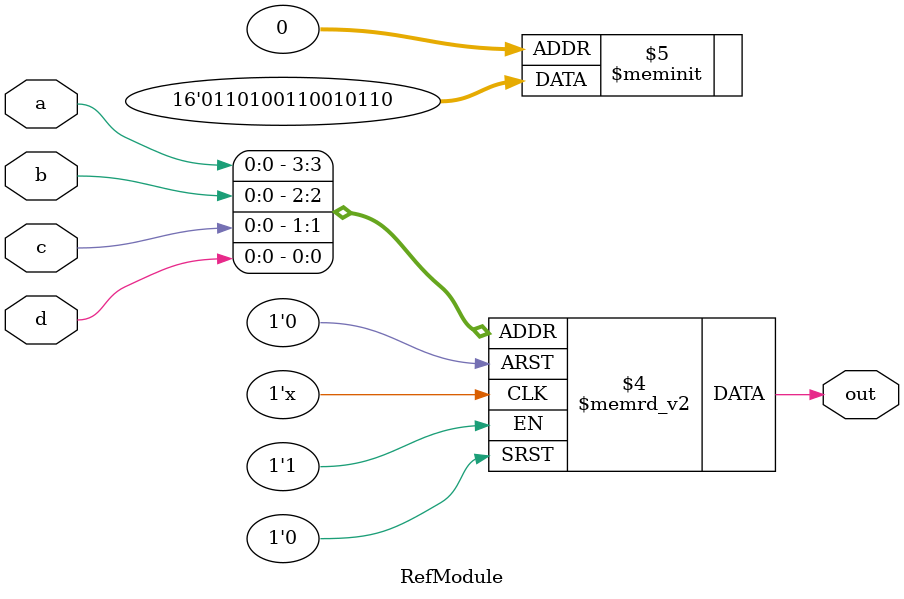
<source format=v>
module RefModule (
  input a,
  input b,
  input c,
  input d,
  output reg out
);

  always @(*) begin
    case({a,b,c,d})
      4'h0: out = 0;
      4'h1: out = 1;
      4'h3: out = 0;
      4'h2: out = 1;
      4'h4: out = 1;
      4'h5: out = 0;
      4'h7: out = 1;
      4'h6: out = 0;
      4'hc: out = 0;
      4'hd: out = 1;
      4'hf: out = 0;
      4'he: out = 1;
      4'h8: out = 1;
      4'h9: out = 0;
      4'hb: out = 1;
      4'ha: out = 0;
    endcase
  end

endmodule


</source>
